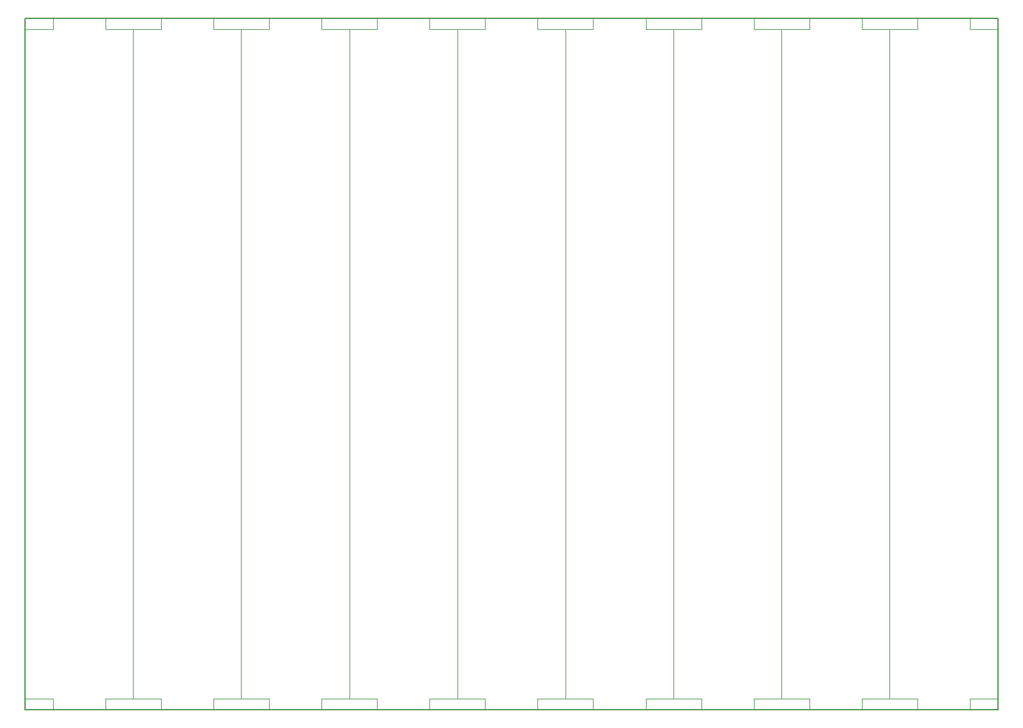
<source format=gm1>
G04*
G04 #@! TF.GenerationSoftware,Altium Limited,Altium Designer,21.7.2 (23)*
G04*
G04 Layer_Color=16711935*
%FSLAX44Y44*%
%MOMM*%
G71*
G04*
G04 #@! TF.SameCoordinates,347EBB59-7EAA-41E4-9BFB-609F0E12C0C3*
G04*
G04*
G04 #@! TF.FilePolarity,Positive*
G04*
G01*
G75*
%ADD22C,0.2000*%
%ADD33C,0.1000*%
D22*
X0Y0D02*
Y960000D01*
X1350000D01*
Y0D02*
Y960000D01*
X0Y0D02*
X1350000D01*
D33*
X0Y16000D02*
Y944000D01*
Y16000D02*
X38500D01*
X0Y944000D02*
X38500D01*
Y0D02*
X111500D01*
X150000Y16000D02*
Y944000D01*
X111500Y16000D02*
X150000D01*
X111500Y0D02*
Y16000D01*
X38500Y0D02*
Y16000D01*
Y944000D02*
Y960000D01*
X111500D01*
Y944000D02*
Y960000D01*
Y944000D02*
X150000D01*
Y16000D02*
Y944000D01*
Y16000D02*
X188500D01*
X150000Y944000D02*
X188500D01*
Y0D02*
X261500D01*
X300000Y16000D02*
Y944000D01*
X261500Y16000D02*
X300000D01*
X261500Y0D02*
Y16000D01*
X188500Y0D02*
Y16000D01*
Y944000D02*
Y960000D01*
X261500D01*
Y944000D02*
Y960000D01*
Y944000D02*
X300000D01*
Y16000D02*
Y944000D01*
Y16000D02*
X338500D01*
X300000Y944000D02*
X338500D01*
Y0D02*
X411500D01*
X450000Y16000D02*
Y944000D01*
X411500Y16000D02*
X450000D01*
X411500Y0D02*
Y16000D01*
X338500Y0D02*
Y16000D01*
Y944000D02*
Y960000D01*
X411500D01*
Y944000D02*
Y960000D01*
Y944000D02*
X450000D01*
Y16000D02*
Y944000D01*
Y16000D02*
X488500D01*
X450000Y944000D02*
X488500D01*
Y0D02*
X561500D01*
X600000Y16000D02*
Y944000D01*
X561500Y16000D02*
X600000D01*
X561500Y0D02*
Y16000D01*
X488500Y0D02*
Y16000D01*
Y944000D02*
Y960000D01*
X561500D01*
Y944000D02*
Y960000D01*
Y944000D02*
X600000D01*
Y16000D02*
Y944000D01*
Y16000D02*
X638500D01*
X600000Y944000D02*
X638500D01*
Y0D02*
X711500D01*
X750000Y16000D02*
Y944000D01*
X711500Y16000D02*
X750000D01*
X711500Y0D02*
Y16000D01*
X638500Y0D02*
Y16000D01*
Y944000D02*
Y960000D01*
X711500D01*
Y944000D02*
Y960000D01*
Y944000D02*
X750000D01*
Y16000D02*
Y944000D01*
Y16000D02*
X788500D01*
X750000Y944000D02*
X788500D01*
Y0D02*
X861500D01*
X900000Y16000D02*
Y944000D01*
X861500Y16000D02*
X900000D01*
X861500Y0D02*
Y16000D01*
X788500Y0D02*
Y16000D01*
Y944000D02*
Y960000D01*
X861500D01*
Y944000D02*
Y960000D01*
Y944000D02*
X900000D01*
Y16000D02*
Y944000D01*
Y16000D02*
X938500D01*
X900000Y944000D02*
X938500D01*
Y0D02*
X1011500D01*
X1050000Y16000D02*
Y944000D01*
X1011500Y16000D02*
X1050000D01*
X1011500Y0D02*
Y16000D01*
X938500Y0D02*
Y16000D01*
Y944000D02*
Y960000D01*
X1011500D01*
Y944000D02*
Y960000D01*
Y944000D02*
X1050000D01*
Y16000D02*
Y944000D01*
Y16000D02*
X1088500D01*
X1050000Y944000D02*
X1088500D01*
Y0D02*
X1161500D01*
X1200000Y16000D02*
Y944000D01*
X1161500Y16000D02*
X1200000D01*
X1161500Y0D02*
Y16000D01*
X1088500Y0D02*
Y16000D01*
Y944000D02*
Y960000D01*
X1161500D01*
Y944000D02*
Y960000D01*
Y944000D02*
X1200000D01*
Y16000D02*
Y944000D01*
Y16000D02*
X1238500D01*
X1200000Y944000D02*
X1238500D01*
Y0D02*
X1311500D01*
X1350000Y16000D02*
Y944000D01*
X1311500Y16000D02*
X1350000D01*
X1311500Y0D02*
Y16000D01*
X1238500Y0D02*
Y16000D01*
Y944000D02*
Y960000D01*
X1311500D01*
Y944000D02*
Y960000D01*
Y944000D02*
X1350000D01*
M02*

</source>
